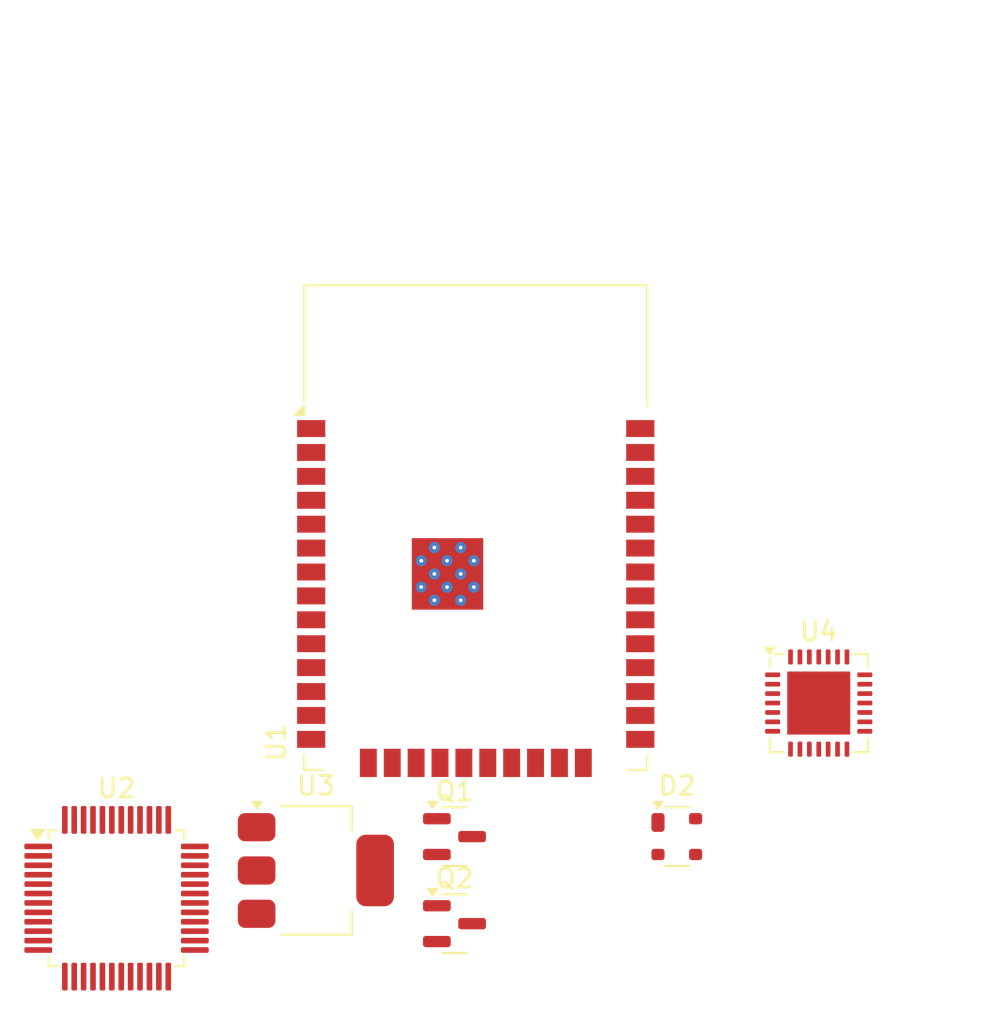
<source format=kicad_pcb>
(kicad_pcb (version 20240108) (generator "pcbnew") (generator_version "8.0")
  (layers (0 "F.Cu" signal) (31 "B.Cu" signal) (34 "B.Paste" user) (35 "F.Paste" user) (36 "B.SilkS" user "B.Silkscreen") (37 "F.SilkS" user "F.Silkscreen") (38 "B.Mask" user) (39 "F.Mask" user) (44 "Edge.Cuts" user))
  (net 0 "")
  (net 1 "GND")
  (net 2 "Net-(J1-D+)")
  (net 3 "Net-(J1-D-)")
  (net 4 "VBUS")
  (net 5 "DTR")
  (net 6 "Net-(Q1-B)")
  (net 7 "Net-(Q2-B)")
  (net 13 "+3.3V")
  (net 14 "CTS0")
  (net 20 "/RXD2")
  (net 39 "/UART1_TX")
  (net 40 "Net-(U2-NRST)")
  (net 43 "/HSE_IN")
  (net 45 "Net-(U2-BOOT0)")
  (net 48 "/HSE_OUT")
  (net 54 "RTS")
  (net 60 "/TXD2")
  (net 78 "Net-(U4-~{RST})")
  (net 79 "Net-(U4-~{SUSPEND})")
  (net 82 "Net-(U4-VBUS)")
  (net 97 "TXDO")
  (net 98 "RXD0")
  (net 99 "IO0")
  (net 100 "EN")
  (footprint "Package_TO_SOT_SMD:SOT-143" (layer "F.Cu") (at 142.021 78.825)
    (property "Reference" "D2" (at 0.02 -2.7 0) (layer "F.SilkS"))
    (property "Value" "SP0503BAHT")
    (fp_line (start -0.65 1.56) (end 0.65 1.56) (stroke (width 0.12)) (layer "F.SilkS"))
    (fp_line (start 0.65 -1.56) (end -0.62 -1.56) (stroke (width 0.12)) (layer "F.SilkS"))
    (fp_poly (pts (xy -1 -1.51) (xy -1.24 -1.84) (xy -0.76 -1.84) (xy -1 -1.51)) (stroke (width 0.12)) (fill solid) (layer "F.SilkS"))
    (pad "1" smd roundrect (at -1 -0.75) (size 0.7 1) (layers "F.Cu" "F.Paste" "F.Mask") (net 1 "GND"))
    (pad "2" smd roundrect (at -1 0.95) (size 0.7 0.6) (layers "F.Cu" "F.Paste" "F.Mask") (net 4 "VBUS"))
    (pad "3" smd roundrect (at 1 0.95) (size 0.7 0.6) (layers "F.Cu" "F.Paste" "F.Mask") (net 2 "Net-(J1-D+)"))
    (pad "4" smd roundrect (at 1 -0.95) (size 0.7 0.6) (layers "F.Cu" "F.Paste" "F.Mask") (net 3 "Net-(J1-D-)"))
  )
  (footprint "Package_QFP:LQFP-48_7x7mm_P0.5mm" (layer "F.Cu") (at 112.231 82.1)
    (property "Reference" "U2" (at 0 -5.85 0) (layer "F.SilkS"))
    (property "Value" "STM32F103C8T6")
    (fp_line (start -3.61 -3.61) (end -3.61 -3.16) (stroke (width 0.12)) (layer "F.SilkS"))
    (fp_line (start -3.61 3.61) (end -3.61 3.16) (stroke (width 0.12)) (layer "F.SilkS"))
    (fp_line (start -3.16 -3.61) (end -3.61 -3.61) (stroke (width 0.12)) (layer "F.SilkS"))
    (fp_line (start -3.16 3.61) (end -3.61 3.61) (stroke (width 0.12)) (layer "F.SilkS"))
    (fp_line (start 3.16 -3.61) (end 3.61 -3.61) (stroke (width 0.12)) (layer "F.SilkS"))
    (fp_line (start 3.16 3.61) (end 3.61 3.61) (stroke (width 0.12)) (layer "F.SilkS"))
    (fp_line (start 3.61 -3.61) (end 3.61 -3.16) (stroke (width 0.12)) (layer "F.SilkS"))
    (fp_line (start 3.61 3.61) (end 3.61 3.16) (stroke (width 0.12)) (layer "F.SilkS"))
    (fp_poly (pts (xy -4.2 -3.16) (xy -4.54 -3.63) (xy -3.86 -3.63) (xy -4.2 -3.16)) (stroke (width 0.12)) (fill solid) (layer "F.SilkS"))
    (pad "1" smd roundrect (at -4.1625 -2.75) (size 1.475 0.3) (layers "F.Cu" "F.Paste" "F.Mask") (net 13 "+3.3V"))
    (pad "2" smd roundrect (at -4.1625 -2.25) (size 1.475 0.3) (layers "F.Cu" "F.Paste" "F.Mask"))
    (pad "3" smd roundrect (at -4.1625 -1.75) (size 1.475 0.3) (layers "F.Cu" "F.Paste" "F.Mask"))
    (pad "4" smd roundrect (at -4.1625 -1.25) (size 1.475 0.3) (layers "F.Cu" "F.Paste" "F.Mask"))
    (pad "5" smd roundrect (at -4.1625 -0.75) (size 1.475 0.3) (layers "F.Cu" "F.Paste" "F.Mask") (net 43 "/HSE_IN"))
    (pad "6" smd roundrect (at -4.1625 -0.25) (size 1.475 0.3) (layers "F.Cu" "F.Paste" "F.Mask") (net 48 "/HSE_OUT"))
    (pad "7" smd roundrect (at -4.1625 0.25) (size 1.475 0.3) (layers "F.Cu" "F.Paste" "F.Mask") (net 40 "Net-(U2-NRST)"))
    (pad "8" smd roundrect (at -4.1625 0.75) (size 1.475 0.3) (layers "F.Cu" "F.Paste" "F.Mask") (net 1 "GND"))
    (pad "9" smd roundrect (at -4.1625 1.25) (size 1.475 0.3) (layers "F.Cu" "F.Paste" "F.Mask"))
    (pad "10" smd roundrect (at -4.1625 1.75) (size 1.475 0.3) (layers "F.Cu" "F.Paste" "F.Mask"))
    (pad "11" smd roundrect (at -4.1625 2.25) (size 1.475 0.3) (layers "F.Cu" "F.Paste" "F.Mask"))
    (pad "12" smd roundrect (at -4.1625 2.75) (size 1.475 0.3) (layers "F.Cu" "F.Paste" "F.Mask"))
    (pad "13" smd roundrect (at -2.75 4.1625) (size 0.3 1.475) (layers "F.Cu" "F.Paste" "F.Mask"))
    (pad "14" smd roundrect (at -2.25 4.1625) (size 0.3 1.475) (layers "F.Cu" "F.Paste" "F.Mask"))
    (pad "15" smd roundrect (at -1.75 4.1625) (size 0.3 1.475) (layers "F.Cu" "F.Paste" "F.Mask"))
    (pad "16" smd roundrect (at -1.25 4.1625) (size 0.3 1.475) (layers "F.Cu" "F.Paste" "F.Mask"))
    (pad "17" smd roundrect (at -0.75 4.1625) (size 0.3 1.475) (layers "F.Cu" "F.Paste" "F.Mask"))
    (pad "18" smd roundrect (at -0.25 4.1625) (size 0.3 1.475) (layers "F.Cu" "F.Paste" "F.Mask"))
    (pad "19" smd roundrect (at 0.25 4.1625) (size 0.3 1.475) (layers "F.Cu" "F.Paste" "F.Mask"))
    (pad "20" smd roundrect (at 0.75 4.1625) (size 0.3 1.475) (layers "F.Cu" "F.Paste" "F.Mask"))
    (pad "21" smd roundrect (at 1.25 4.1625) (size 0.3 1.475) (layers "F.Cu" "F.Paste" "F.Mask"))
    (pad "22" smd roundrect (at 1.75 4.1625) (size 0.3 1.475) (layers "F.Cu" "F.Paste" "F.Mask"))
    (pad "23" smd roundrect (at 2.25 4.1625) (size 0.3 1.475) (layers "F.Cu" "F.Paste" "F.Mask") (net 1 "GND"))
    (pad "24" smd roundrect (at 2.75 4.1625) (size 0.3 1.475) (layers "F.Cu" "F.Paste" "F.Mask") (net 13 "+3.3V"))
    (pad "25" smd roundrect (at 4.1625 2.75) (size 1.475 0.3) (layers "F.Cu" "F.Paste" "F.Mask"))
    (pad "26" smd roundrect (at 4.1625 2.25) (size 1.475 0.3) (layers "F.Cu" "F.Paste" "F.Mask"))
    (pad "27" smd roundrect (at 4.1625 1.75) (size 1.475 0.3) (layers "F.Cu" "F.Paste" "F.Mask"))
    (pad "28" smd roundrect (at 4.1625 1.25) (size 1.475 0.3) (layers "F.Cu" "F.Paste" "F.Mask"))
    (pad "29" smd roundrect (at 4.1625 0.75) (size 1.475 0.3) (layers "F.Cu" "F.Paste" "F.Mask"))
    (pad "30" smd roundrect (at 4.1625 0.25) (size 1.475 0.3) (layers "F.Cu" "F.Paste" "F.Mask") (net 39 "/UART1_TX"))
    (pad "31" smd roundrect (at 4.1625 -0.25) (size 1.475 0.3) (layers "F.Cu" "F.Paste" "F.Mask") (net 60 "/TXD2"))
    (pad "32" smd roundrect (at 4.1625 -0.75) (size 1.475 0.3) (layers "F.Cu" "F.Paste" "F.Mask"))
    (pad "33" smd roundrect (at 4.1625 -1.25) (size 1.475 0.3) (layers "F.Cu" "F.Paste" "F.Mask") (net 14 "CTS0"))
    (pad "34" smd roundrect (at 4.1625 -1.75) (size 1.475 0.3) (layers "F.Cu" "F.Paste" "F.Mask"))
    (pad "35" smd roundrect (at 4.1625 -2.25) (size 1.475 0.3) (layers "F.Cu" "F.Paste" "F.Mask") (net 1 "GND"))
    (pad "36" smd roundrect (at 4.1625 -2.75) (size 1.475 0.3) (layers "F.Cu" "F.Paste" "F.Mask") (net 13 "+3.3V"))
    (pad "37" smd roundrect (at 2.75 -4.1625) (size 0.3 1.475) (layers "F.Cu" "F.Paste" "F.Mask"))
    (pad "38" smd roundrect (at 2.25 -4.1625) (size 0.3 1.475) (layers "F.Cu" "F.Paste" "F.Mask"))
    (pad "39" smd roundrect (at 1.75 -4.1625) (size 0.3 1.475) (layers "F.Cu" "F.Paste" "F.Mask"))
    (pad "40" smd roundrect (at 1.25 -4.1625) (size 0.3 1.475) (layers "F.Cu" "F.Paste" "F.Mask"))
    (pad "41" smd roundrect (at 0.75 -4.1625) (size 0.3 1.475) (layers "F.Cu" "F.Paste" "F.Mask"))
    (pad "42" smd roundrect (at 0.25 -4.1625) (size 0.3 1.475) (layers "F.Cu" "F.Paste" "F.Mask"))
    (pad "43" smd roundrect (at -0.25 -4.1625) (size 0.3 1.475) (layers "F.Cu" "F.Paste" "F.Mask"))
    (pad "44" smd roundrect (at -0.75 -4.1625) (size 0.3 1.475) (layers "F.Cu" "F.Paste" "F.Mask") (net 45 "Net-(U2-BOOT0)"))
    (pad "45" smd roundrect (at -1.25 -4.1625) (size 0.3 1.475) (layers "F.Cu" "F.Paste" "F.Mask"))
    (pad "46" smd roundrect (at -1.75 -4.1625) (size 0.3 1.475) (layers "F.Cu" "F.Paste" "F.Mask"))
    (pad "47" smd roundrect (at -2.25 -4.1625) (size 0.3 1.475) (layers "F.Cu" "F.Paste" "F.Mask") (net 1 "GND"))
    (pad "48" smd roundrect (at -2.75 -4.1625) (size 0.3 1.475) (layers "F.Cu" "F.Paste" "F.Mask") (net 13 "+3.3V"))
  )
  (footprint "Package_DFN_QFN:QFN-28-1EP_5x5mm_P0.5mm_EP3.35x3.35mm" (layer "F.Cu") (at 149.569 71.731)
    (property "Reference" "U4" (at 0 -3.8 0) (layer "F.SilkS"))
    (property "Value" "CP2102N-Axx-xQFN28")
    (fp_line (start -2.61 -1.885) (end -2.61 -2.37) (stroke (width 0.12)) (layer "F.SilkS"))
    (fp_line (start -2.61 2.61) (end -2.61 1.885) (stroke (width 0.12)) (layer "F.SilkS"))
    (fp_line (start -1.885 -2.61) (end -2.31 -2.61) (stroke (width 0.12)) (layer "F.SilkS"))
    (fp_line (start -1.885 2.61) (end -2.61 2.61) (stroke (width 0.12)) (layer "F.SilkS"))
    (fp_line (start 1.885 -2.61) (end 2.61 -2.61) (stroke (width 0.12)) (layer "F.SilkS"))
    (fp_line (start 1.885 2.61) (end 2.61 2.61) (stroke (width 0.12)) (layer "F.SilkS"))
    (fp_line (start 2.61 -2.61) (end 2.61 -1.885) (stroke (width 0.12)) (layer "F.SilkS"))
    (fp_line (start 2.61 2.61) (end 2.61 1.885) (stroke (width 0.12)) (layer "F.SilkS"))
    (fp_poly (pts (xy -2.61 -2.61) (xy -2.85 -2.94) (xy -2.37 -2.94) (xy -2.61 -2.61)) (stroke (width 0.12)) (fill solid) (layer "F.SilkS"))
    (pad "1" smd roundrect (at -2.45 -1.5) (size 0.8 0.25) (layers "F.Cu" "F.Paste" "F.Mask"))
    (pad "2" smd roundrect (at -2.45 -1) (size 0.8 0.25) (layers "F.Cu" "F.Paste" "F.Mask"))
    (pad "3" smd roundrect (at -2.45 -0.5) (size 0.8 0.25) (layers "F.Cu" "F.Paste" "F.Mask") (net 1 "GND"))
    (pad "4" smd roundrect (at -2.45 0) (size 0.8 0.25) (layers "F.Cu" "F.Paste" "F.Mask") (net 2 "Net-(J1-D+)"))
    (pad "5" smd roundrect (at -2.45 0.5) (size 0.8 0.25) (layers "F.Cu" "F.Paste" "F.Mask") (net 3 "Net-(J1-D-)"))
    (pad "6" smd roundrect (at -2.45 1) (size 0.8 0.25) (layers "F.Cu" "F.Paste" "F.Mask") (net 13 "+3.3V"))
    (pad "7" smd roundrect (at -2.45 1.5) (size 0.8 0.25) (layers "F.Cu" "F.Paste" "F.Mask") (net 13 "+3.3V"))
    (pad "8" smd roundrect (at -1.5 2.45) (size 0.25 0.8) (layers "F.Cu" "F.Paste" "F.Mask") (net 82 "Net-(U4-VBUS)"))
    (pad "9" smd roundrect (at -1 2.45) (size 0.25 0.8) (layers "F.Cu" "F.Paste" "F.Mask") (net 78 "Net-(U4-~{RST})"))
    (pad "10" smd roundrect (at -0.5 2.45) (size 0.25 0.8) (layers "F.Cu" "F.Paste" "F.Mask"))
    (pad "11" smd roundrect (at 0 2.45) (size 0.25 0.8) (layers "F.Cu" "F.Paste" "F.Mask") (net 79 "Net-(U4-~{SUSPEND})"))
    (pad "12" smd roundrect (at 0.5 2.45) (size 0.25 0.8) (layers "F.Cu" "F.Paste" "F.Mask"))
    (pad "13" smd roundrect (at 1 2.45) (size 0.25 0.8) (layers "F.Cu" "F.Paste" "F.Mask"))
    (pad "14" smd roundrect (at 1.5 2.45) (size 0.25 0.8) (layers "F.Cu" "F.Paste" "F.Mask"))
    (pad "15" smd roundrect (at 2.45 1.5) (size 0.8 0.25) (layers "F.Cu" "F.Paste" "F.Mask"))
    (pad "16" smd roundrect (at 2.45 1) (size 0.8 0.25) (layers "F.Cu" "F.Paste" "F.Mask"))
    (pad "17" smd roundrect (at 2.45 0.5) (size 0.8 0.25) (layers "F.Cu" "F.Paste" "F.Mask"))
    (pad "18" smd roundrect (at 2.45 0) (size 0.8 0.25) (layers "F.Cu" "F.Paste" "F.Mask"))
    (pad "19" smd roundrect (at 2.45 -0.5) (size 0.8 0.25) (layers "F.Cu" "F.Paste" "F.Mask"))
    (pad "20" smd roundrect (at 2.45 -1) (size 0.8 0.25) (layers "F.Cu" "F.Paste" "F.Mask"))
    (pad "21" smd roundrect (at 2.45 -1.5) (size 0.8 0.25) (layers "F.Cu" "F.Paste" "F.Mask"))
    (pad "22" smd roundrect (at 1.5 -2.45) (size 0.25 0.8) (layers "F.Cu" "F.Paste" "F.Mask"))
    (pad "23" smd roundrect (at 1 -2.45) (size 0.25 0.8) (layers "F.Cu" "F.Paste" "F.Mask"))
    (pad "24" smd roundrect (at 0.5 -2.45) (size 0.25 0.8) (layers "F.Cu" "F.Paste" "F.Mask") (net 54 "RTS"))
    (pad "25" smd roundrect (at 0 -2.45) (size 0.25 0.8) (layers "F.Cu" "F.Paste" "F.Mask") (net 97 "TXDO"))
    (pad "26" smd roundrect (at -0.5 -2.45) (size 0.25 0.8) (layers "F.Cu" "F.Paste" "F.Mask") (net 98 "RXD0"))
    (pad "27" smd roundrect (at -1 -2.45) (size 0.25 0.8) (layers "F.Cu" "F.Paste" "F.Mask"))
    (pad "28" smd roundrect (at -1.5 -2.45) (size 0.25 0.8) (layers "F.Cu" "F.Paste" "F.Mask") (net 5 "DTR"))
    (pad "29" smd rect (at 0 0) (size 3.35 3.35) (property pad_prop_heatsink) (layers "F.Cu" "F.Mask") (net 1 "GND"))
  )
  (footprint "Package_TO_SOT_SMD:SOT-23" (layer "F.Cu") (at 130.201 83.45)
    (property "Reference" "Q2" (at 0 -2.4 0) (layer "F.SilkS"))
    (property "Value" "SS8050")
    (fp_line (start 0 -1.56) (end -0.65 -1.56) (stroke (width 0.12)) (layer "F.SilkS"))
    (fp_line (start 0 -1.56) (end 0.65 -1.56) (stroke (width 0.12)) (layer "F.SilkS"))
    (fp_line (start 0 1.56) (end -0.65 1.56) (stroke (width 0.12)) (layer "F.SilkS"))
    (fp_line (start 0 1.56) (end 0.65 1.56) (stroke (width 0.12)) (layer "F.SilkS"))
    (fp_poly (pts (xy -1.1625 -1.51) (xy -1.4025 -1.84) (xy -0.9225 -1.84) (xy -1.1625 -1.51)) (stroke (width 0.12)) (fill solid) (layer "F.SilkS"))
    (pad "1" smd roundrect (at -0.9375 -0.95) (size 1.475 0.6) (layers "F.Cu" "F.Paste" "F.Mask") (net 7 "Net-(Q2-B)"))
    (pad "2" smd roundrect (at -0.9375 0.95) (size 1.475 0.6) (layers "F.Cu" "F.Paste" "F.Mask") (net 54 "RTS"))
    (pad "3" smd roundrect (at 0.9375 0) (size 1.475 0.6) (layers "F.Cu" "F.Paste" "F.Mask") (net 100 "EN"))
  )
  (footprint "RF_Module:ESP32-WROOM-32D" (layer "F.Cu") (at 131.331 65.4)
    (property "Reference" "U1" (at -10.61 8.43 90) (layer "F.SilkS"))
    (property "Value" "ESP32-WROOM-32D")
    (fp_line (start -9.12 -15.86) (end -9.12 -9.7) (stroke (width 0.12)) (layer "F.SilkS"))
    (fp_line (start -9.12 -15.86) (end 9.12 -15.86) (stroke (width 0.12)) (layer "F.SilkS"))
    (fp_line (start -9.12 9.1) (end -9.12 9.88) (stroke (width 0.12)) (layer "F.SilkS"))
    (fp_line (start -9.12 9.88) (end -8.12 9.88) (stroke (width 0.12)) (layer "F.SilkS"))
    (fp_line (start 9.12 -15.86) (end 9.12 -9.445) (stroke (width 0.12)) (layer "F.SilkS"))
    (fp_line (start 9.12 9.1) (end 9.12 9.88) (stroke (width 0.12)) (layer "F.SilkS"))
    (fp_line (start 9.12 9.88) (end 8.12 9.88) (stroke (width 0.12)) (layer "F.SilkS"))
    (fp_poly (pts (xy -9.125 -8.975) (xy -9.625 -8.975) (xy -9.125 -9.475) (xy -9.125 -8.975)) (stroke (width 0.12)) (fill solid) (layer "F.SilkS"))
    (pad "1" smd rect (at -8.75 -8.25) (size 1.5 0.9) (layers "F.Cu" "F.Paste" "F.Mask") (net 1 "GND"))
    (pad "2" smd rect (at -8.75 -6.98) (size 1.5 0.9) (layers "F.Cu" "F.Paste" "F.Mask") (net 13 "+3.3V"))
    (pad "3" smd rect (at -8.75 -5.71) (size 1.5 0.9) (layers "F.Cu" "F.Paste" "F.Mask") (net 100 "EN"))
    (pad "4" smd rect (at -8.75 -4.44) (size 1.5 0.9) (layers "F.Cu" "F.Paste" "F.Mask"))
    (pad "5" smd rect (at -8.75 -3.17) (size 1.5 0.9) (layers "F.Cu" "F.Paste" "F.Mask"))
    (pad "6" smd rect (at -8.75 -1.9) (size 1.5 0.9) (layers "F.Cu" "F.Paste" "F.Mask"))
    (pad "7" smd rect (at -8.75 -0.63) (size 1.5 0.9) (layers "F.Cu" "F.Paste" "F.Mask"))
    (pad "8" smd rect (at -8.75 0.64) (size 1.5 0.9) (layers "F.Cu" "F.Paste" "F.Mask"))
    (pad "9" smd rect (at -8.75 1.91) (size 1.5 0.9) (layers "F.Cu" "F.Paste" "F.Mask"))
    (pad "10" smd rect (at -8.75 3.18) (size 1.5 0.9) (layers "F.Cu" "F.Paste" "F.Mask"))
    (pad "11" smd rect (at -8.75 4.45) (size 1.5 0.9) (layers "F.Cu" "F.Paste" "F.Mask"))
    (pad "12" smd rect (at -8.75 5.72) (size 1.5 0.9) (layers "F.Cu" "F.Paste" "F.Mask"))
    (pad "13" smd rect (at -8.75 6.99) (size 1.5 0.9) (layers "F.Cu" "F.Paste" "F.Mask"))
    (pad "14" smd rect (at -8.75 8.26) (size 1.5 0.9) (layers "F.Cu" "F.Paste" "F.Mask"))
    (pad "15" smd rect (at -5.71 9.51 90) (size 1.5 0.9) (layers "F.Cu" "F.Paste" "F.Mask") (net 1 "GND"))
    (pad "16" smd rect (at -4.44 9.51 90) (size 1.5 0.9) (layers "F.Cu" "F.Paste" "F.Mask"))
    (pad "17" smd rect (at -3.17 9.51 90) (size 1.5 0.9) (layers "F.Cu" "F.Paste" "F.Mask"))
    (pad "18" smd rect (at -1.9 9.51 90) (size 1.5 0.9) (layers "F.Cu" "F.Paste" "F.Mask"))
    (pad "19" smd rect (at -0.63 9.51 90) (size 1.5 0.9) (layers "F.Cu" "F.Paste" "F.Mask"))
    (pad "20" smd rect (at 0.64 9.51 90) (size 1.5 0.9) (layers "F.Cu" "F.Paste" "F.Mask"))
    (pad "21" smd rect (at 1.91 9.51 90) (size 1.5 0.9) (layers "F.Cu" "F.Paste" "F.Mask"))
    (pad "22" smd rect (at 3.18 9.51 90) (size 1.5 0.9) (layers "F.Cu" "F.Paste" "F.Mask"))
    (pad "23" smd rect (at 4.45 9.51 90) (size 1.5 0.9) (layers "F.Cu" "F.Paste" "F.Mask"))
    (pad "24" smd rect (at 5.72 9.51 90) (size 1.5 0.9) (layers "F.Cu" "F.Paste" "F.Mask"))
    (pad "25" smd rect (at 8.75 8.26) (size 1.5 0.9) (layers "F.Cu" "F.Paste" "F.Mask") (net 99 "IO0"))
    (pad "26" smd rect (at 8.75 6.99) (size 1.5 0.9) (layers "F.Cu" "F.Paste" "F.Mask"))
    (pad "27" smd rect (at 8.75 5.72) (size 1.5 0.9) (layers "F.Cu" "F.Paste" "F.Mask") (net 20 "/RXD2"))
    (pad "28" smd rect (at 8.75 4.45) (size 1.5 0.9) (layers "F.Cu" "F.Paste" "F.Mask") (net 60 "/TXD2"))
    (pad "29" smd rect (at 8.75 3.18) (size 1.5 0.9) (layers "F.Cu" "F.Paste" "F.Mask"))
    (pad "30" smd rect (at 8.75 1.91) (size 1.5 0.9) (layers "F.Cu" "F.Paste" "F.Mask"))
    (pad "31" smd rect (at 8.75 0.64) (size 1.5 0.9) (layers "F.Cu" "F.Paste" "F.Mask") (net 14 "CTS0"))
    (pad "32" smd rect (at 8.75 -0.63) (size 1.5 0.9) (layers "F.Cu" "F.Paste" "F.Mask"))
    (pad "33" smd rect (at 8.75 -1.9) (size 1.5 0.9) (layers "F.Cu" "F.Paste" "F.Mask"))
    (pad "34" smd rect (at 8.75 -3.17) (size 1.5 0.9) (layers "F.Cu" "F.Paste" "F.Mask") (net 98 "RXD0"))
    (pad "35" smd rect (at 8.75 -4.44) (size 1.5 0.9) (layers "F.Cu" "F.Paste" "F.Mask") (net 97 "TXDO"))
    (pad "36" smd rect (at 8.75 -5.71) (size 1.5 0.9) (layers "F.Cu" "F.Paste" "F.Mask"))
    (pad "37" smd rect (at 8.75 -6.98) (size 1.5 0.9) (layers "F.Cu" "F.Paste" "F.Mask"))
    (pad "38" smd rect (at 8.75 -8.25) (size 1.5 0.9) (layers "F.Cu" "F.Paste" "F.Mask") (net 1 "GND"))
    (pad "39" smd rect (at -2.9 -1.93) (size 0.9 0.9) (layers "F.Cu" "F.Paste") (net 1 "GND"))
    (pad "39" thru_hole circle (at -2.9 -1.23) (size 0.6 0.6) (drill 0.2) (property pad_prop_heatsink) (layers "*.Cu" "F.Mask") (net 1 "GND"))
    (pad "39" smd rect (at -2.9 -0.53) (size 0.9 0.9) (layers "F.Cu" "F.Paste") (net 1 "GND"))
    (pad "39" thru_hole circle (at -2.9 0.17) (size 0.6 0.6) (drill 0.2) (property pad_prop_heatsink) (layers "*.Cu" "F.Mask") (net 1 "GND"))
    (pad "39" smd rect (at -2.9 0.87) (size 0.9 0.9) (layers "F.Cu" "F.Paste") (net 1 "GND"))
    (pad "39" thru_hole circle (at -2.2 -1.93) (size 0.6 0.6) (drill 0.2) (property pad_prop_heatsink) (layers "*.Cu" "F.Mask") (net 1 "GND"))
    (pad "39" thru_hole circle (at -2.2 -0.53) (size 0.6 0.6) (drill 0.2) (property pad_prop_heatsink) (layers "*.Cu" "F.Mask") (net 1 "GND"))
    (pad "39" thru_hole circle (at -2.2 0.87) (size 0.6 0.6) (drill 0.2) (property pad_prop_heatsink) (layers "*.Cu" "F.Mask") (net 1 "GND"))
    (pad "39" thru_hole circle (at -1.525 -1.23) (size 0.6 0.6) (drill 0.2) (property pad_prop_heatsink) (layers "*.Cu" "F.Mask") (net 1 "GND"))
    (pad "39" thru_hole circle (at -1.525 0.17) (size 0.6 0.6) (drill 0.2) (property pad_prop_heatsink) (layers "*.Cu" "F.Mask") (net 1 "GND"))
    (pad "39" smd rect (at -1.5 -1.93) (size 0.9 0.9) (layers "F.Cu" "F.Paste") (net 1 "GND"))
    (pad "39" smd rect (at -1.5 -0.53) (size 0.9 0.9) (layers "F.Cu" "F.Paste") (net 1 "GND"))
    (pad "39" smd rect (at -1.5 -0.53) (size 3.8 3.8) (property pad_prop_heatsink) (layers "F.Cu" "F.Mask") (net 1 "GND"))
    (pad "39" smd rect (at -1.5 0.87) (size 0.9 0.9) (layers "F.Cu" "F.Paste") (net 1 "GND"))
    (pad "39" thru_hole circle (at -0.8 -1.93) (size 0.6 0.6) (drill 0.2) (property pad_prop_heatsink) (layers "*.Cu" "F.Mask") (net 1 "GND"))
    (pad "39" thru_hole circle (at -0.8 -0.53) (size 0.6 0.6) (drill 0.2) (property pad_prop_heatsink) (layers "*.Cu" "F.Mask") (net 1 "GND"))
    (pad "39" thru_hole circle (at -0.8 0.87) (size 0.6 0.6) (drill 0.2) (property pad_prop_heatsink) (layers "*.Cu" "F.Mask") (net 1 "GND"))
    (pad "39" smd rect (at -0.1 -1.93) (size 0.9 0.9) (layers "F.Cu" "F.Paste") (net 1 "GND"))
    (pad "39" thru_hole circle (at -0.1 -1.23) (size 0.6 0.6) (drill 0.2) (property pad_prop_heatsink) (layers "*.Cu" "F.Mask") (net 1 "GND"))
    (pad "39" smd rect (at -0.1 -0.53) (size 0.9 0.9) (layers "F.Cu" "F.Paste") (net 1 "GND"))
    (pad "39" thru_hole circle (at -0.1 0.17) (size 0.6 0.6) (drill 0.2) (property pad_prop_heatsink) (layers "*.Cu" "F.Mask") (net 1 "GND"))
    (pad "39" smd rect (at -0.1 0.87) (size 0.9 0.9) (layers "F.Cu" "F.Paste") (net 1 "GND"))
  )
  (footprint "Package_TO_SOT_SMD:SOT-23" (layer "F.Cu") (at 130.201 78.825)
    (property "Reference" "Q1" (at 0 -2.4 0) (layer "F.SilkS"))
    (property "Value" "SS8050")
    (fp_line (start 0 -1.56) (end -0.65 -1.56) (stroke (width 0.12)) (layer "F.SilkS"))
    (fp_line (start 0 -1.56) (end 0.65 -1.56) (stroke (width 0.12)) (layer "F.SilkS"))
    (fp_line (start 0 1.56) (end -0.65 1.56) (stroke (width 0.12)) (layer "F.SilkS"))
    (fp_line (start 0 1.56) (end 0.65 1.56) (stroke (width 0.12)) (layer "F.SilkS"))
    (fp_poly (pts (xy -1.1625 -1.51) (xy -1.4025 -1.84) (xy -0.9225 -1.84) (xy -1.1625 -1.51)) (stroke (width 0.12)) (fill solid) (layer "F.SilkS"))
    (pad "1" smd roundrect (at -0.9375 -0.95) (size 1.475 0.6) (layers "F.Cu" "F.Paste" "F.Mask") (net 6 "Net-(Q1-B)"))
    (pad "2" smd roundrect (at -0.9375 0.95) (size 1.475 0.6) (layers "F.Cu" "F.Paste" "F.Mask") (net 5 "DTR"))
    (pad "3" smd roundrect (at 0.9375 0) (size 1.475 0.6) (layers "F.Cu" "F.Paste" "F.Mask") (net 99 "IO0"))
  )
  (footprint "Package_TO_SOT_SMD:SOT-223-3_TabPin2" (layer "F.Cu") (at 122.831 80.625)
    (property "Reference" "U3" (at 0 -4.5 0) (layer "F.SilkS"))
    (property "Value" "AMS1117-3.3")
    (fp_line (start -1.85 -3.41) (end 1.91 -3.41) (stroke (width 0.12)) (layer "F.SilkS"))
    (fp_line (start -1.85 3.41) (end 1.91 3.41) (stroke (width 0.12)) (layer "F.SilkS"))
    (fp_line (start 1.91 -3.41) (end 1.91 -2.15) (stroke (width 0.12)) (layer "F.SilkS"))
    (fp_line (start 1.91 3.41) (end 1.91 2.15) (stroke (width 0.12)) (layer "F.SilkS"))
    (fp_poly (pts (xy -3.13 -3.31) (xy -3.37 -3.64) (xy -2.89 -3.64) (xy -3.13 -3.31)) (stroke (width 0.12)) (fill solid) (layer "F.SilkS"))
    (pad "1" smd roundrect (at -3.15 -2.3) (size 2 1.5) (layers "F.Cu" "F.Paste" "F.Mask") (net 1 "GND"))
    (pad "2" smd roundrect (at -3.15 0) (size 2 1.5) (layers "F.Cu" "F.Paste" "F.Mask") (net 13 "+3.3V"))
    (pad "2" smd roundrect (at 3.15 0) (size 2 3.8) (layers "F.Cu" "F.Paste" "F.Mask") (net 13 "+3.3V"))
    (pad "3" smd roundrect (at -3.15 2.3) (size 2 1.5) (layers "F.Cu" "F.Paste" "F.Mask") (net 4 "VBUS"))
  )
)
</source>
